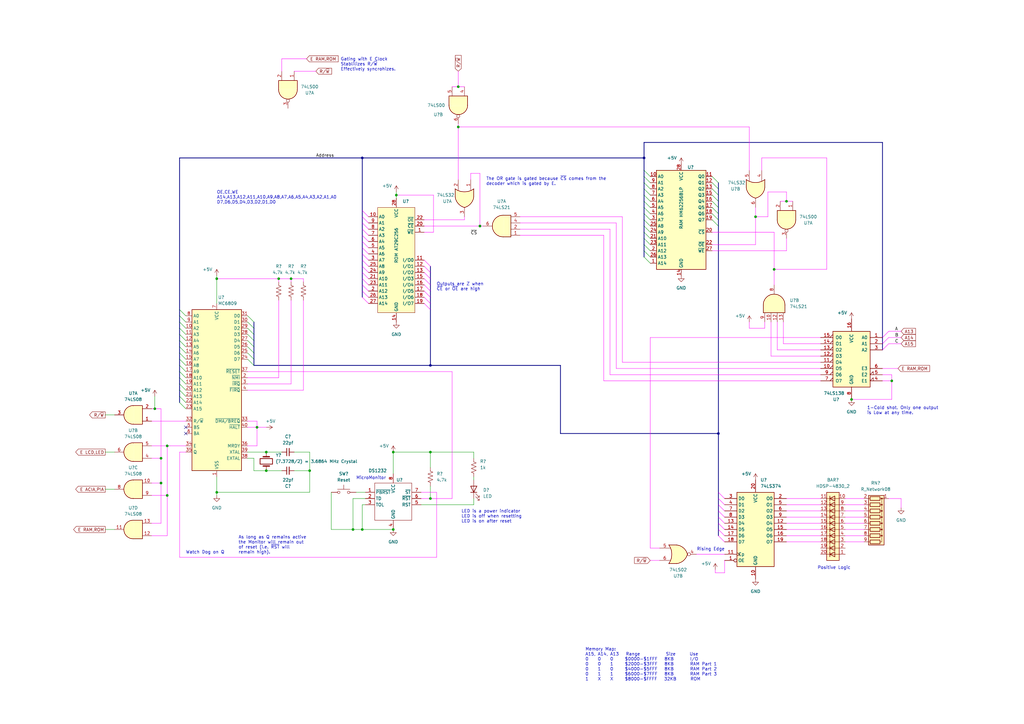
<source format=kicad_sch>
(kicad_sch (version 20211123) (generator eeschema)
  (paper "A3")
  (junction (at 187.96 52.07))
  (junction (at 365.76 156.21))
  (junction (at 119.38 114.3))
  (junction (at 88.9 201.93))
  (junction (at 176.53 149.86))
  (junction (at 309.88 88.9))
  (junction (at 68.58 182.88))
  (junction (at 176.53 185.42))
  (junction (at 66.04 198.12))
  (junction (at 68.58 203.2))
  (junction (at 349.25 163.83))
  (junction (at 88.9 114.3))
  (junction (at 105.41 175.26))
  (junction (at 109.22 185.42))
  (junction (at 66.04 187.96))
  (junction (at 127 193.04))
  (junction (at 176.53 204.47))
  (junction (at 148.59 64.77))
  (junction (at 294.64 177.8))
  (junction (at 161.29 185.42))
  (junction (at 317.5 110.49))
  (junction (at 63.5 167.64))
  (junction (at 187.96 35.56))
  (junction (at 109.22 193.04))
  (junction (at 162.56 80.01))
  (junction (at 322.58 82.55))
  (junction (at 161.29 217.17))
  (junction (at 144.78 217.17))
  (junction (at 148.59 217.17))
  (junction (at 114.3 114.3))
  (junction (at 264.16 64.77))
  (junction (at 196.85 92.71))
  (no_connect (at 76.2 177.8))
  (no_connect (at 76.2 175.26))
  (bus_entry (at 173.99 111.76) (size 2.54 2.54) (stroke (width 0) (color 255 0 255 1)))
  (bus_entry (at 294.64 217.17) (size 2.54 2.54) (stroke (width 0) (color 255 0 255 1)))
  (bus_entry (at 73.66 152.4) (size 2.54 2.54))
  (bus_entry (at 148.59 91.44) (size 2.54 2.54) (stroke (width 0) (color 255 0 255 1)))
  (bus_entry (at 73.66 134.62) (size 2.54 2.54))
  (bus_entry (at 148.59 101.6) (size 2.54 2.54) (stroke (width 0) (color 255 0 255 1)))
  (bus_entry (at 73.66 165.1) (size 2.54 2.54))
  (bus_entry (at 104.14 137.16) (size -2.54 -2.54))
  (bus_entry (at 73.66 139.7) (size 2.54 2.54))
  (bus_entry (at 148.59 116.84) (size 2.54 2.54) (stroke (width 0) (color 255 0 255 1)))
  (bus_entry (at 148.59 111.76) (size 2.54 2.54) (stroke (width 0) (color 255 0 255 1)))
  (bus_entry (at 294.64 204.47) (size 2.54 2.54) (stroke (width 0) (color 255 0 255 1)))
  (bus_entry (at 104.14 139.7) (size -2.54 -2.54))
  (bus_entry (at 104.14 149.86) (size -2.54 -2.54))
  (bus_entry (at 292.1 87.63) (size 2.54 2.54))
  (bus_entry (at 292.1 72.39) (size 2.54 2.54))
  (bus_entry (at 292.1 85.09) (size 2.54 2.54))
  (bus_entry (at 292.1 82.55) (size 2.54 2.54))
  (bus_entry (at 292.1 90.17) (size 2.54 2.54))
  (bus_entry (at 292.1 74.93) (size 2.54 2.54))
  (bus_entry (at 292.1 77.47) (size 2.54 2.54))
  (bus_entry (at 292.1 80.01) (size 2.54 2.54))
  (bus_entry (at 173.99 109.22) (size 2.54 2.54) (stroke (width 0) (color 255 0 255 1)))
  (bus_entry (at 173.99 124.46) (size 2.54 2.54) (stroke (width 0) (color 255 0 255 1)))
  (bus_entry (at 148.59 104.14) (size 2.54 2.54) (stroke (width 0) (color 255 0 255 1)))
  (bus_entry (at 148.59 88.9) (size 2.54 2.54) (stroke (width 0) (color 255 0 255 1)))
  (bus_entry (at 173.99 121.92) (size 2.54 2.54) (stroke (width 0) (color 255 0 255 1)))
  (bus_entry (at 294.64 212.09) (size 2.54 2.54) (stroke (width 0) (color 255 0 255 1)))
  (bus_entry (at 73.66 149.86) (size 2.54 2.54))
  (bus_entry (at 294.64 214.63) (size 2.54 2.54) (stroke (width 0) (color 255 0 255 1)))
  (bus_entry (at 148.59 114.3) (size 2.54 2.54) (stroke (width 0) (color 255 0 255 1)))
  (bus_entry (at 73.66 154.94) (size 2.54 2.54))
  (bus_entry (at 148.59 106.68) (size 2.54 2.54) (stroke (width 0) (color 255 0 255 1)))
  (bus_entry (at 173.99 106.68) (size 2.54 2.54) (stroke (width 0) (color 255 0 255 1)))
  (bus_entry (at 173.99 116.84) (size 2.54 2.54) (stroke (width 0) (color 255 0 255 1)))
  (bus_entry (at 361.95 138.43) (size 2.54 -2.54) (stroke (width 0) (color 255 0 255 1)))
  (bus_entry (at 361.95 140.97) (size 2.54 -2.54) (stroke (width 0) (color 255 0 255 1)))
  (bus_entry (at 361.95 143.51) (size 2.54 -2.54) (stroke (width 0) (color 255 0 255 1)))
  (bus_entry (at 173.99 114.3) (size 2.54 2.54) (stroke (width 0) (color 255 0 255 1)))
  (bus_entry (at 148.59 121.92) (size 2.54 2.54) (stroke (width 0) (color 255 0 255 1)))
  (bus_entry (at 148.59 99.06) (size 2.54 2.54) (stroke (width 0) (color 255 0 255 1)))
  (bus_entry (at 104.14 142.24) (size -2.54 -2.54))
  (bus_entry (at 148.59 119.38) (size 2.54 2.54) (stroke (width 0) (color 255 0 255 1)))
  (bus_entry (at 73.66 147.32) (size 2.54 2.54))
  (bus_entry (at 148.59 96.52) (size 2.54 2.54) (stroke (width 0) (color 255 0 255 1)))
  (bus_entry (at 73.66 157.48) (size 2.54 2.54))
  (bus_entry (at 294.64 209.55) (size 2.54 2.54) (stroke (width 0) (color 255 0 255 1)))
  (bus_entry (at 148.59 109.22) (size 2.54 2.54) (stroke (width 0) (color 255 0 255 1)))
  (bus_entry (at 73.66 142.24) (size 2.54 2.54))
  (bus_entry (at 73.66 127) (size 2.54 2.54))
  (bus_entry (at 264.16 69.85) (size 2.54 2.54))
  (bus_entry (at 264.16 72.39) (size 2.54 2.54))
  (bus_entry (at 264.16 74.93) (size 2.54 2.54))
  (bus_entry (at 264.16 77.47) (size 2.54 2.54))
  (bus_entry (at 264.16 80.01) (size 2.54 2.54))
  (bus_entry (at 264.16 90.17) (size 2.54 2.54))
  (bus_entry (at 264.16 82.55) (size 2.54 2.54))
  (bus_entry (at 264.16 87.63) (size 2.54 2.54))
  (bus_entry (at 264.16 105.41) (size 2.54 2.54))
  (bus_entry (at 264.16 102.87) (size 2.54 2.54))
  (bus_entry (at 264.16 100.33) (size 2.54 2.54))
  (bus_entry (at 264.16 92.71) (size 2.54 2.54))
  (bus_entry (at 264.16 85.09) (size 2.54 2.54))
  (bus_entry (at 264.16 97.79) (size 2.54 2.54))
  (bus_entry (at 264.16 95.25) (size 2.54 2.54))
  (bus_entry (at 104.14 132.08) (size -2.54 -2.54))
  (bus_entry (at 73.66 132.08) (size 2.54 2.54))
  (bus_entry (at 294.64 207.01) (size 2.54 2.54) (stroke (width 0) (color 255 0 255 1)))
  (bus_entry (at 148.59 93.98) (size 2.54 2.54) (stroke (width 0) (color 255 0 255 1)))
  (bus_entry (at 73.66 160.02) (size 2.54 2.54))
  (bus_entry (at 173.99 119.38) (size 2.54 2.54) (stroke (width 0) (color 255 0 255 1)))
  (bus_entry (at 294.64 201.93) (size 2.54 2.54) (stroke (width 0) (color 255 0 255 1)))
  (bus_entry (at 73.66 162.56) (size 2.54 2.54))
  (bus_entry (at 73.66 129.54) (size 2.54 2.54))
  (bus_entry (at 104.14 144.78) (size -2.54 -2.54))
  (bus_entry (at 148.59 86.36) (size 2.54 2.54) (stroke (width 0) (color 255 0 255 1)))
  (bus_entry (at 104.14 147.32) (size -2.54 -2.54))
  (bus_entry (at 73.66 144.78) (size 2.54 2.54))
  (bus_entry (at 104.14 134.62) (size -2.54 -2.54))
  (bus_entry (at 294.64 219.71) (size 2.54 2.54) (stroke (width 0) (color 255 0 255 1)))
  (bus_entry (at 73.66 137.16) (size 2.54 2.54))
  (bus (pts (xy 294.64 207.01) (xy 294.64 209.55)))
  (wire (pts (xy 176.53 199.39) (xy 176.53 204.47)))
  (wire (pts (xy 88.9 195.58) (xy 88.9 201.93)))
  (wire (pts (xy 114.3 114.3) (xy 114.3 115.57)) (stroke (width 0) (color 255 0 255 1)))
  (wire (pts (xy 364.49 138.43) (xy 369.57 138.43)) (stroke (width 0) (color 255 0 255 1)))
  (wire (pts (xy 252.73 91.44) (xy 252.73 151.13)) (stroke (width 0) (color 255 0 255 1)))
  (wire (pts (xy 179.07 228.6) (xy 179.07 201.93)) (stroke (width 0) (color 255 0 255 1)))
  (bus (pts (xy 148.59 93.98) (xy 148.59 96.52)))
  (wire (pts (xy 114.3 114.3) (xy 88.9 114.3)) (stroke (width 0) (color 255 0 255 1)))
  (wire (pts (xy 213.36 91.44) (xy 252.73 91.44)) (stroke (width 0) (color 255 0 255 1)))
  (wire (pts (xy 149.86 204.47) (xy 144.78 204.47)))
  (wire (pts (xy 105.41 182.88) (xy 105.41 175.26)) (stroke (width 0) (color 255 0 255 1)))
  (wire (pts (xy 127 193.04) (xy 127 201.93)))
  (bus (pts (xy 73.66 137.16) (xy 73.66 134.62)))
  (wire (pts (xy 173.99 92.71) (xy 196.85 92.71)) (stroke (width 0) (color 255 0 255 1)))
  (wire (pts (xy 346.71 212.09) (xy 354.33 212.09)) (stroke (width 0) (color 255 0 255 1)))
  (bus (pts (xy 73.66 157.48) (xy 73.66 154.94)))
  (wire (pts (xy 105.41 175.26) (xy 109.22 175.26)) (stroke (width 0) (color 255 0 255 1)))
  (wire (pts (xy 297.18 234.95) (xy 297.18 229.87)) (stroke (width 0) (color 255 0 255 1)))
  (wire (pts (xy 194.31 195.58) (xy 194.31 196.85)))
  (wire (pts (xy 364.49 204.47) (xy 369.57 204.47)) (stroke (width 0) (color 255 0 255 1)))
  (bus (pts (xy 294.64 212.09) (xy 294.64 214.63)))
  (bus (pts (xy 361.95 138.43) (xy 361.95 140.97)))
  (wire (pts (xy 43.18 200.66) (xy 46.99 200.66)))
  (wire (pts (xy 325.12 82.55) (xy 322.58 82.55)) (stroke (width 0) (color 255 0 255 1)))
  (bus (pts (xy 148.59 114.3) (xy 148.59 116.84)))
  (wire (pts (xy 146.05 201.93) (xy 149.86 201.93)))
  (bus (pts (xy 148.59 101.6) (xy 148.59 104.14)))
  (bus (pts (xy 73.66 149.86) (xy 73.66 147.32)))
  (bus (pts (xy 73.66 165.1) (xy 73.66 162.56)))
  (wire (pts (xy 321.31 140.97) (xy 336.55 140.97)) (stroke (width 0) (color 255 0 255 1)))
  (wire (pts (xy 62.23 219.71) (xy 68.58 219.71)) (stroke (width 0) (color 255 0 255 1)))
  (bus (pts (xy 264.16 92.71) (xy 264.16 95.25)))
  (wire (pts (xy 43.18 185.42) (xy 46.99 185.42)))
  (wire (pts (xy 322.58 217.17) (xy 336.55 217.17)) (stroke (width 0) (color 255 0 255 1)))
  (wire (pts (xy 109.22 193.04) (xy 115.57 193.04)))
  (wire (pts (xy 148.59 217.17) (xy 161.29 217.17)))
  (bus (pts (xy 264.16 69.85) (xy 264.16 72.39)))
  (wire (pts (xy 68.58 219.71) (xy 68.58 203.2)) (stroke (width 0) (color 255 0 255 1)))
  (bus (pts (xy 264.16 85.09) (xy 264.16 87.63)))
  (wire (pts (xy 101.6 172.72) (xy 105.41 172.72)) (stroke (width 0) (color 255 0 255 1)))
  (wire (pts (xy 346.71 217.17) (xy 354.33 217.17)) (stroke (width 0) (color 255 0 255 1)))
  (wire (pts (xy 307.34 52.07) (xy 307.34 69.85)) (stroke (width 0) (color 255 0 255 1)))
  (wire (pts (xy 101.6 152.4) (xy 185.42 152.4)) (stroke (width 0) (color 255 0 255 1)))
  (bus (pts (xy 73.66 134.62) (xy 73.66 132.08)))
  (bus (pts (xy 73.66 139.7) (xy 73.66 137.16)))
  (wire (pts (xy 173.99 90.17) (xy 190.5 90.17)) (stroke (width 0) (color 255 0 255 1)))
  (wire (pts (xy 322.58 212.09) (xy 336.55 212.09)) (stroke (width 0) (color 255 0 255 1)))
  (wire (pts (xy 127 201.93) (xy 88.9 201.93)))
  (bus (pts (xy 264.16 64.77) (xy 264.16 58.42)))
  (wire (pts (xy 161.29 185.42) (xy 176.53 185.42)))
  (wire (pts (xy 247.65 96.52) (xy 247.65 156.21)) (stroke (width 0) (color 255 0 255 1)))
  (wire (pts (xy 88.9 201.93) (xy 88.9 203.2)))
  (wire (pts (xy 177.8 95.25) (xy 177.8 80.01)) (stroke (width 0) (color 255 0 255 1)))
  (wire (pts (xy 66.04 198.12) (xy 66.04 214.63)) (stroke (width 0) (color 255 0 255 1)))
  (bus (pts (xy 176.53 116.84) (xy 176.53 119.38)))
  (bus (pts (xy 148.59 106.68) (xy 148.59 109.22)))
  (bus (pts (xy 264.16 100.33) (xy 264.16 102.87)))
  (wire (pts (xy 162.56 80.01) (xy 177.8 80.01)) (stroke (width 0) (color 255 0 255 1)))
  (wire (pts (xy 187.96 35.56) (xy 190.5 35.56)) (stroke (width 0) (color 255 0 255 1)))
  (wire (pts (xy 63.5 167.64) (xy 66.04 167.64)) (stroke (width 0) (color 255 0 255 1)))
  (bus (pts (xy 176.53 114.3) (xy 176.53 116.84)))
  (wire (pts (xy 255.27 148.59) (xy 336.55 148.59)) (stroke (width 0) (color 255 0 255 1)))
  (wire (pts (xy 172.72 201.93) (xy 179.07 201.93)) (stroke (width 0) (color 255 0 255 1)))
  (bus (pts (xy 264.16 74.93) (xy 264.16 77.47)))
  (wire (pts (xy 255.27 88.9) (xy 255.27 148.59)) (stroke (width 0) (color 255 0 255 1)))
  (wire (pts (xy 293.37 233.68) (xy 293.37 234.95)) (stroke (width 0) (color 255 0 255 1)))
  (wire (pts (xy 313.69 134.62) (xy 307.34 134.62)) (stroke (width 0) (color 255 0 255 1)))
  (bus (pts (xy 264.16 80.01) (xy 264.16 82.55)))
  (bus (pts (xy 264.16 87.63) (xy 264.16 90.17)))
  (wire (pts (xy 247.65 156.21) (xy 336.55 156.21)) (stroke (width 0) (color 255 0 255 1)))
  (wire (pts (xy 124.46 115.57) (xy 124.46 114.3)) (stroke (width 0) (color 255 0 255 1)))
  (wire (pts (xy 73.66 185.42) (xy 76.2 185.42)) (stroke (width 0) (color 255 0 255 1)))
  (bus (pts (xy 148.59 116.84) (xy 148.59 119.38)))
  (wire (pts (xy 292.1 100.33) (xy 309.88 100.33)) (stroke (width 0) (color 255 0 255 1)))
  (wire (pts (xy 193.04 71.12) (xy 196.85 71.12)) (stroke (width 0) (color 255 0 255 1)))
  (wire (pts (xy 62.23 172.72) (xy 76.2 172.72)) (stroke (width 0) (color 255 0 255 1)))
  (wire (pts (xy 317.5 110.49) (xy 317.5 116.84)) (stroke (width 0) (color 255 0 255 1)))
  (wire (pts (xy 119.38 157.48) (xy 119.38 123.19)) (stroke (width 0) (color 255 0 255 1)))
  (wire (pts (xy 346.71 214.63) (xy 354.33 214.63)) (stroke (width 0) (color 255 0 255 1)))
  (wire (pts (xy 339.09 64.77) (xy 339.09 110.49)) (stroke (width 0) (color 255 0 255 1)))
  (bus (pts (xy 294.64 217.17) (xy 294.64 219.71)))
  (bus (pts (xy 264.16 90.17) (xy 264.16 92.71)))
  (wire (pts (xy 101.6 185.42) (xy 109.22 185.42)))
  (wire (pts (xy 66.04 187.96) (xy 62.23 187.96)) (stroke (width 0) (color 255 0 255 1)))
  (bus (pts (xy 104.14 139.7) (xy 104.14 142.24)))
  (bus (pts (xy 104.14 144.78) (xy 104.14 147.32)))
  (wire (pts (xy 361.95 153.67) (xy 365.76 153.67)) (stroke (width 0) (color 255 0 255 1)))
  (wire (pts (xy 176.53 204.47) (xy 185.42 204.47)) (stroke (width 0) (color 255 0 255 1)))
  (wire (pts (xy 194.31 207.01) (xy 172.72 207.01)))
  (bus (pts (xy 104.14 149.86) (xy 176.53 149.86)))
  (wire (pts (xy 120.65 193.04) (xy 127 193.04)))
  (wire (pts (xy 364.49 140.97) (xy 369.57 140.97)) (stroke (width 0) (color 255 0 255 1)))
  (wire (pts (xy 88.9 113.03) (xy 88.9 114.3)))
  (wire (pts (xy 43.18 217.17) (xy 46.99 217.17)))
  (wire (pts (xy 213.36 96.52) (xy 247.65 96.52)) (stroke (width 0) (color 255 0 255 1)))
  (wire (pts (xy 119.38 114.3) (xy 119.38 115.57)) (stroke (width 0) (color 255 0 255 1)))
  (wire (pts (xy 361.95 151.13) (xy 368.3 151.13)) (stroke (width 0) (color 255 0 255 1)))
  (wire (pts (xy 187.96 29.21) (xy 187.96 35.56)) (stroke (width 0) (color 255 0 255 1)))
  (wire (pts (xy 346.71 204.47) (xy 354.33 204.47)) (stroke (width 0) (color 255 0 255 1)))
  (wire (pts (xy 316.23 132.08) (xy 316.23 146.05)) (stroke (width 0) (color 255 0 255 1)))
  (wire (pts (xy 162.56 80.01) (xy 162.56 81.28)))
  (wire (pts (xy 194.31 185.42) (xy 176.53 185.42)))
  (bus (pts (xy 176.53 109.22) (xy 176.53 111.76)))
  (wire (pts (xy 101.6 157.48) (xy 119.38 157.48)) (stroke (width 0) (color 255 0 255 1)))
  (bus (pts (xy 73.66 160.02) (xy 73.66 157.48)))
  (wire (pts (xy 322.58 219.71) (xy 336.55 219.71)) (stroke (width 0) (color 255 0 255 1)))
  (bus (pts (xy 148.59 111.76) (xy 148.59 114.3)))
  (wire (pts (xy 187.96 52.07) (xy 307.34 52.07)) (stroke (width 0) (color 255 0 255 1)))
  (wire (pts (xy 114.3 154.94) (xy 114.3 123.19)) (stroke (width 0) (color 255 0 255 1)))
  (wire (pts (xy 124.46 114.3) (xy 119.38 114.3)) (stroke (width 0) (color 255 0 255 1)))
  (wire (pts (xy 321.31 132.08) (xy 321.31 140.97)) (stroke (width 0) (color 255 0 255 1)))
  (bus (pts (xy 148.59 88.9) (xy 148.59 91.44)))
  (wire (pts (xy 73.66 228.6) (xy 179.07 228.6)) (stroke (width 0) (color 255 0 255 1)))
  (wire (pts (xy 293.37 234.95) (xy 297.18 234.95)) (stroke (width 0) (color 255 0 255 1)))
  (wire (pts (xy 161.29 185.42) (xy 161.29 194.31)))
  (wire (pts (xy 213.36 93.98) (xy 250.19 93.98)) (stroke (width 0) (color 255 0 255 1)))
  (wire (pts (xy 162.56 78.74) (xy 162.56 80.01)))
  (bus (pts (xy 176.53 121.92) (xy 176.53 124.46)))
  (bus (pts (xy 294.64 204.47) (xy 294.64 207.01)))
  (wire (pts (xy 322.58 82.55) (xy 322.58 78.74)) (stroke (width 0) (color 255 0 255 1)))
  (bus (pts (xy 73.66 129.54) (xy 73.66 127)))
  (wire (pts (xy 314.96 88.9) (xy 309.88 88.9)) (stroke (width 0) (color 255 0 255 1)))
  (wire (pts (xy 43.18 170.18) (xy 46.99 170.18)))
  (bus (pts (xy 104.14 137.16) (xy 104.14 139.7)))
  (wire (pts (xy 101.6 154.94) (xy 114.3 154.94)) (stroke (width 0) (color 255 0 255 1)))
  (wire (pts (xy 187.96 50.8) (xy 187.96 52.07)) (stroke (width 0) (color 255 0 255 1)))
  (wire (pts (xy 339.09 110.49) (xy 317.5 110.49)) (stroke (width 0) (color 255 0 255 1)))
  (wire (pts (xy 365.76 163.83) (xy 365.76 156.21)) (stroke (width 0) (color 255 0 255 1)))
  (wire (pts (xy 173.99 95.25) (xy 177.8 95.25)) (stroke (width 0) (color 255 0 255 1)))
  (bus (pts (xy 148.59 119.38) (xy 148.59 121.92)))
  (bus (pts (xy 104.14 134.62) (xy 104.14 137.16)))
  (bus (pts (xy 148.59 96.52) (xy 148.59 99.06)))
  (wire (pts (xy 250.19 93.98) (xy 250.19 153.67)) (stroke (width 0) (color 255 0 255 1)))
  (wire (pts (xy 322.58 78.74) (xy 314.96 78.74)) (stroke (width 0) (color 255 0 255 1)))
  (bus (pts (xy 361.95 140.97) (xy 361.95 143.51)))
  (bus (pts (xy 294.64 90.17) (xy 294.64 92.71)))
  (wire (pts (xy 364.49 135.89) (xy 369.57 135.89)) (stroke (width 0) (color 255 0 255 1)))
  (bus (pts (xy 264.16 64.77) (xy 264.16 69.85)))
  (wire (pts (xy 135.89 217.17) (xy 144.78 217.17)))
  (wire (pts (xy 135.89 201.93) (xy 135.89 217.17)))
  (wire (pts (xy 127 185.42) (xy 127 193.04)))
  (wire (pts (xy 250.19 153.67) (xy 336.55 153.67)) (stroke (width 0) (color 255 0 255 1)))
  (wire (pts (xy 124.46 160.02) (xy 124.46 123.19)) (stroke (width 0) (color 255 0 255 1)))
  (bus (pts (xy 176.53 119.38) (xy 176.53 121.92)))
  (wire (pts (xy 322.58 214.63) (xy 336.55 214.63)) (stroke (width 0) (color 255 0 255 1)))
  (wire (pts (xy 190.5 88.9) (xy 190.5 90.17)) (stroke (width 0) (color 255 0 255 1)))
  (wire (pts (xy 369.57 204.47) (xy 369.57 208.28)) (stroke (width 0) (color 255 0 255 1)))
  (bus (pts (xy 73.66 154.94) (xy 73.66 152.4)))
  (wire (pts (xy 125.73 24.13) (xy 115.57 24.13)) (stroke (width 0) (color 255 0 255 1)))
  (bus (pts (xy 229.87 177.8) (xy 294.64 177.8)))
  (wire (pts (xy 194.31 187.96) (xy 194.31 185.42)))
  (wire (pts (xy 196.85 71.12) (xy 196.85 92.71)) (stroke (width 0) (color 255 0 255 1)))
  (bus (pts (xy 294.64 209.55) (xy 294.64 212.09)))
  (bus (pts (xy 361.95 58.42) (xy 361.95 138.43)))
  (bus (pts (xy 104.14 132.08) (xy 104.14 134.62)))
  (bus (pts (xy 294.64 87.63) (xy 294.64 90.17)))
  (wire (pts (xy 266.7 229.87) (xy 270.51 229.87)) (stroke (width 0) (color 255 0 255 1)))
  (bus (pts (xy 148.59 99.06) (xy 148.59 101.6)))
  (wire (pts (xy 346.71 209.55) (xy 354.33 209.55)) (stroke (width 0) (color 255 0 255 1)))
  (wire (pts (xy 144.78 217.17) (xy 148.59 217.17)))
  (bus (pts (xy 294.64 74.93) (xy 294.64 77.47)))
  (wire (pts (xy 101.6 182.88) (xy 105.41 182.88)) (stroke (width 0) (color 255 0 255 1)))
  (bus (pts (xy 176.53 127) (xy 176.53 149.86)))
  (wire (pts (xy 349.25 163.83) (xy 365.76 163.83)) (stroke (width 0) (color 255 0 255 1)))
  (wire (pts (xy 120.65 185.42) (xy 127 185.42)))
  (wire (pts (xy 63.5 162.56) (xy 63.5 167.64)))
  (wire (pts (xy 194.31 204.47) (xy 194.31 207.01)))
  (wire (pts (xy 266.7 138.43) (xy 266.7 224.79)) (stroke (width 0) (color 255 0 255 1)))
  (bus (pts (xy 294.64 177.8) (xy 294.64 201.93)))
  (wire (pts (xy 318.77 143.51) (xy 336.55 143.51)) (stroke (width 0) (color 255 0 255 1)))
  (wire (pts (xy 62.23 167.64) (xy 63.5 167.64)) (stroke (width 0) (color 255 0 255 1)))
  (wire (pts (xy 213.36 88.9) (xy 255.27 88.9)) (stroke (width 0) (color 255 0 255 1)))
  (bus (pts (xy 148.59 91.44) (xy 148.59 93.98)))
  (wire (pts (xy 292.1 102.87) (xy 322.58 102.87)) (stroke (width 0) (color 255 0 255 1)))
  (wire (pts (xy 109.22 193.04) (xy 104.14 193.04)))
  (wire (pts (xy 185.42 152.4) (xy 185.42 204.47)) (stroke (width 0) (color 255 0 255 1)))
  (bus (pts (xy 73.66 152.4) (xy 73.66 149.86)))
  (wire (pts (xy 193.04 73.66) (xy 193.04 71.12)) (stroke (width 0) (color 255 0 255 1)))
  (bus (pts (xy 229.87 149.86) (xy 229.87 177.8)))
  (bus (pts (xy 148.59 64.77) (xy 148.59 86.36)))
  (bus (pts (xy 294.64 92.71) (xy 294.64 177.8)))
  (wire (pts (xy 346.71 219.71) (xy 354.33 219.71)) (stroke (width 0) (color 255 0 255 1)))
  (wire (pts (xy 129.54 29.21) (xy 120.65 29.21)) (stroke (width 0) (color 255 0 255 1)))
  (bus (pts (xy 294.64 214.63) (xy 294.64 217.17)))
  (wire (pts (xy 322.58 222.25) (xy 336.55 222.25)) (stroke (width 0) (color 255 0 255 1)))
  (bus (pts (xy 73.66 162.56) (xy 73.66 160.02)))
  (bus (pts (xy 73.66 132.08) (xy 73.66 129.54)))
  (bus (pts (xy 176.53 149.86) (xy 229.87 149.86)))
  (wire (pts (xy 66.04 167.64) (xy 66.04 187.96)) (stroke (width 0) (color 255 0 255 1)))
  (wire (pts (xy 361.95 156.21) (xy 365.76 156.21)) (stroke (width 0) (color 255 0 255 1)))
  (wire (pts (xy 318.77 132.08) (xy 318.77 143.51)) (stroke (width 0) (color 255 0 255 1)))
  (bus (pts (xy 294.64 85.09) (xy 294.64 87.63)))
  (wire (pts (xy 312.42 69.85) (xy 312.42 64.77)) (stroke (width 0) (color 255 0 255 1)))
  (wire (pts (xy 119.38 114.3) (xy 114.3 114.3)) (stroke (width 0) (color 255 0 255 1)))
  (bus (pts (xy 264.16 102.87) (xy 264.16 105.41)))
  (bus (pts (xy 264.16 72.39) (xy 264.16 74.93)))
  (wire (pts (xy 68.58 182.88) (xy 76.2 182.88)) (stroke (width 0) (color 255 0 255 1)))
  (bus (pts (xy 148.59 104.14) (xy 148.59 106.68)))
  (bus (pts (xy 294.64 77.47) (xy 294.64 80.01)))
  (wire (pts (xy 66.04 198.12) (xy 62.23 198.12)) (stroke (width 0) (color 255 0 255 1)))
  (wire (pts (xy 266.7 224.79) (xy 270.51 224.79)) (stroke (width 0) (color 255 0 255 1)))
  (wire (pts (xy 346.71 222.25) (xy 354.33 222.25)) (stroke (width 0) (color 255 0 255 1)))
  (wire (pts (xy 196.85 92.71) (xy 198.12 92.71)) (stroke (width 0) (color 255 0 255 1)))
  (wire (pts (xy 322.58 209.55) (xy 336.55 209.55)) (stroke (width 0) (color 255 0 255 1)))
  (wire (pts (xy 62.23 214.63) (xy 66.04 214.63)) (stroke (width 0) (color 255 0 255 1)))
  (bus (pts (xy 104.14 147.32) (xy 104.14 149.86)))
  (wire (pts (xy 316.23 146.05) (xy 336.55 146.05)) (stroke (width 0) (color 255 0 255 1)))
  (wire (pts (xy 322.58 207.01) (xy 336.55 207.01)) (stroke (width 0) (color 255 0 255 1)))
  (bus (pts (xy 264.16 58.42) (xy 361.95 58.42)))
  (wire (pts (xy 148.59 207.01) (xy 148.59 217.17)))
  (wire (pts (xy 104.14 193.04) (xy 104.14 187.96)))
  (bus (pts (xy 73.66 144.78) (xy 73.66 142.24)))
  (wire (pts (xy 336.55 138.43) (xy 266.7 138.43)) (stroke (width 0) (color 255 0 255 1)))
  (wire (pts (xy 68.58 182.88) (xy 68.58 203.2)) (stroke (width 0) (color 255 0 255 1)))
  (bus (pts (xy 176.53 124.46) (xy 176.53 127)))
  (bus (pts (xy 73.66 64.77) (xy 148.59 64.77)))
  (wire (pts (xy 144.78 204.47) (xy 144.78 217.17)))
  (wire (pts (xy 109.22 185.42) (xy 115.57 185.42)))
  (bus (pts (xy 294.64 82.55) (xy 294.64 85.09)))
  (wire (pts (xy 322.58 204.47) (xy 336.55 204.47)) (stroke (width 0) (color 255 0 255 1)))
  (wire (pts (xy 322.58 82.55) (xy 320.04 82.55)) (stroke (width 0) (color 255 0 255 1)))
  (wire (pts (xy 172.72 204.47) (xy 176.53 204.47)) (stroke (width 0) (color 255 0 255 1)))
  (wire (pts (xy 309.88 100.33) (xy 309.88 88.9)) (stroke (width 0) (color 255 0 255 1)))
  (wire (pts (xy 314.96 78.74) (xy 314.96 88.9)) (stroke (width 0) (color 255 0 255 1)))
  (wire (pts (xy 312.42 64.77) (xy 339.09 64.77)) (stroke (width 0) (color 255 0 255 1)))
  (bus (pts (xy 264.16 77.47) (xy 264.16 80.01)))
  (wire (pts (xy 292.1 95.25) (xy 317.5 95.25)) (stroke (width 0) (color 255 0 255 1)))
  (bus (pts (xy 148.59 109.22) (xy 148.59 111.76)))
  (wire (pts (xy 73.66 228.6) (xy 73.66 185.42)) (stroke (width 0) (color 255 0 255 1)))
  (bus (pts (xy 294.64 80.01) (xy 294.64 82.55)))
  (wire (pts (xy 346.71 207.01) (xy 354.33 207.01)) (stroke (width 0) (color 255 0 255 1)))
  (bus (pts (xy 73.66 147.32) (xy 73.66 144.78)))
  (wire (pts (xy 104.14 187.96) (xy 101.6 187.96)))
  (wire (pts (xy 252.73 151.13) (xy 336.55 151.13)) (stroke (width 0) (color 255 0 255 1)))
  (wire (pts (xy 101.6 175.26) (xy 105.41 175.26)) (stroke (width 0) (color 255 0 255 1)))
  (bus (pts (xy 73.66 64.77) (xy 73.66 127)))
  (wire (pts (xy 105.41 172.72) (xy 105.41 175.26)) (stroke (width 0) (color 255 0 255 1)))
  (wire (pts (xy 66.04 187.96) (xy 66.04 198.12)) (stroke (width 0) (color 255 0 255 1)))
  (bus (pts (xy 264.16 95.25) (xy 264.16 97.79)))
  (bus (pts (xy 73.66 142.24) (xy 73.66 139.7)))
  (wire (pts (xy 309.88 88.9) (xy 309.88 85.09)) (stroke (width 0) (color 255 0 255 1)))
  (wire (pts (xy 313.69 132.08) (xy 313.69 134.62)) (stroke (width 0) (color 255 0 255 1)))
  (wire (pts (xy 62.23 182.88) (xy 68.58 182.88)) (stroke (width 0) (color 255 0 255 1)))
  (bus (pts (xy 148.59 64.77) (xy 264.16 64.77)))
  (wire (pts (xy 187.96 52.07) (xy 187.96 73.66)) (stroke (width 0) (color 255 0 255 1)))
  (wire (pts (xy 307.34 134.62) (xy 307.34 132.08)) (stroke (width 0) (color 255 0 255 1)))
  (wire (pts (xy 68.58 203.2) (xy 62.23 203.2)) (stroke (width 0) (color 255 0 255 1)))
  (wire (pts (xy 101.6 160.02) (xy 124.46 160.02)) (stroke (width 0) (color 255 0 255 1)))
  (wire (pts (xy 185.42 35.56) (xy 187.96 35.56)) (stroke (width 0) (color 255 0 255 1)))
  (bus (pts (xy 264.16 97.79) (xy 264.16 100.33)))
  (bus (pts (xy 294.64 201.93) (xy 294.64 204.47)))
  (bus (pts (xy 148.59 86.36) (xy 148.59 88.9)))
  (wire (pts (xy 285.75 227.33) (xy 297.18 227.33)) (stroke (width 0) (color 255 0 255 1)))
  (wire (pts (xy 115.57 24.13) (xy 115.57 29.21)) (stroke (width 0) (color 255 0 255 1)))
  (bus (pts (xy 104.14 142.24) (xy 104.14 144.78)))
  (bus (pts (xy 264.16 82.55) (xy 264.16 85.09)))
  (wire (pts (xy 317.5 95.25) (xy 317.5 110.49)) (stroke (width 0) (color 255 0 255 1)))
  (bus (pts (xy 176.53 111.76) (xy 176.53 114.3)))
  (wire (pts (xy 176.53 185.42) (xy 176.53 191.77)))
  (wire (pts (xy 88.9 114.3) (xy 88.9 124.46)))
  (wire (pts (xy 322.58 97.79) (xy 322.58 102.87)) (stroke (width 0) (color 255 0 255 1)))
  (wire (pts (xy 365.76 153.67) (xy 365.76 156.21)) (stroke (width 0) (color 255 0 255 1)))
  (wire (pts (xy 149.86 207.01) (xy 148.59 207.01)))
  (text "OE,CE,WE\nA14,A13,A12,A11,A10,A9,A8,A7,A6,A5,A4,A3,A2,A1,A0\nD7,D6,D5,D4,D3,D2,D1,D0\n" (at 88.9 83.82 0) (effects (font (size 1.27 1.27)) (justify left bottom)))
  (text "Memory Map:\nA15, A14, A13   Range           Size      Use\n0    0    0     $0000-$1FFF   8KB       I/O\n0    0    1     $2000-$3FFF   8KB       RAM Part 1\n0    1    0     $4000-$5FFF   8KB       RAM Part 2\n0    1    1     $6000-$7FFF   8KB       RAM Part 3\n1    X    X     $8000-$FFFF   32KB      ROM" (at 240.03 279.4 0) (effects (font (size 1.27 1.27)) (justify left bottom)))
  (text "The OR gate is gated because ~{CS} comes from the\ndecoder which is gated by E." (at 199.39 76.2 0) (effects (font (size 1.27 1.27)) (justify left bottom)))
  (text "LED is a power indicator\nLED is off when resetting\nLED is on after reset" (at 189.23 214.63 0) (effects (font (size 1.27 1.27)) (justify left bottom)))
  (text "Rising Edge" (at 285.75 226.06 0) (effects (font (size 1.27 1.27)) (justify left bottom)))
  (text "Positive Logic" (at 335.28 233.68 0) (effects (font (size 1.27 1.27)) (justify left bottom)))
  (text "Gating with E Clock\nStablilizes R/~{W}\nEffectively syncrohizes." (at 139.7 29.21 0) (effects (font (size 1.27 1.27)) (justify left bottom)))
  (text "Outputs are Z when \n~{CE} or ~{OE} are high" (at 179.07 119.38 0) (effects (font (size 1.27 1.27)) (justify left bottom)))
  (text "As long as Q remains active\nthe Monitor will remain out\nof reset (i.e. ~{RST} will\nremain high)." (at 97.79 227.33 0) (effects (font (size 1.27 1.27)) (justify left bottom)))
  (text "MicroMonitor" (at 146.05 196.85 0) (effects (font (size 1.27 1.27)) (justify left bottom)))
  (text "Watch Dog on Q" (at 76.2 227.33 0) (effects (font (size 1.27 1.27)) (justify left bottom)))
  (text "1-Cold shot. Only one output\nis Low at any time." (at 355.6 170.18 0) (effects (font (size 1.27 1.27)) (justify left bottom)))
  (label "B" (at 367.03 138.43 0))
  (label "A" (at 367.03 135.89 0))
  (label "Address" (at 129.54 64.77 0))
  (label "C" (at 367.03 140.97 0))
  (label "~{CS}" (at 193.04 96.52 0))
  (global_label "E RAM,ROM" (shape input) (at 368.3 151.13 0) (property "Intersheet References" "${INTERSHEET_REFS}" (effects hide)))
  (global_label "E RAM,ROM" (shape output) (at 43.18 217.17 180) (property "Intersheet References" "${INTERSHEET_REFS}" (effects hide)))
  (global_label "R{slash}~{W}" (shape output) (at 43.18 170.18 180) (property "Intersheet References" "${INTERSHEET_REFS}" (effects hide)))
  (global_label "E ACIA,PIA" (shape output) (at 43.18 200.66 180) (property "Intersheet References" "${INTERSHEET_REFS}" (effects hide)))
  (global_label "R{slash}~{W}" (shape input) (at 187.96 29.21 90) (property "Intersheet References" "${INTERSHEET_REFS}" (effects hide)))
  (global_label "E RAM.ROM" (shape input) (at 125.73 24.13 0) (property "Intersheet References" "${INTERSHEET_REFS}" (effects hide)))
  (global_label "E LCD,LED" (shape output) (at 43.18 185.42 180) (property "Intersheet References" "${INTERSHEET_REFS}" (effects hide)))
  (global_label "R{slash}~{W}" (shape input) (at 266.7 229.87 180) (property "Intersheet References" "${INTERSHEET_REFS}" (effects hide)))
  (global_label "A15" (shape input) (at 369.57 140.97 0) (property "Intersheet References" "${INTERSHEET_REFS}" (effects hide)))
  (global_label "A14" (shape input) (at 369.57 138.43 0) (property "Intersheet References" "${INTERSHEET_REFS}" (effects hide)))
  (global_label "A13" (shape input) (at 369.57 135.89 0) (property "Intersheet References" "${INTERSHEET_REFS}" (effects hide)))
  (global_label "R{slash}~{W}" (shape input) (at 129.54 29.21 0) (property "Intersheet References" "${INTERSHEET_REFS}" (effects hide)))
  (symbol (lib_id "LED:HDSP-4830_2") (at 341.63 217.17 180) (unit 1)
    (property "Reference" "BAR?" (at 341.63 196.85 0))
    (property "Value" "HDSP-4830_2" (at 341.63 199.39 0))
    (property "Footprint" "Display:HDSP-4830" (effects hide))
    (property "Datasheet" "https://docs.broadcom.com/docs/AV02-1798EN" (effects hide))
  )
  (symbol (lib_id "Device:C_Small") (at 118.11 185.42 90) (unit 1)
    (property "Reference" "C?" (at 118.1163 179.07 90))
    (property "Value" "22pf" (at 118.1163 181.61 90))
  )
  (symbol (lib_id "power:GND") (at 162.56 132.08 0) (unit 1)
    (property "Reference" "#PWR?" (effects hide))
    (property "Value" "GND" (at 162.56 137.16 0))
  )
  (symbol (lib_id "Device:R_US") (at 176.53 195.58 0) (unit 1)
    (property "Reference" "R?" (at 179.07 194.3099 0) (effects (justify left)))
    (property "Value" "4.7k" (at 179.07 196.8499 0) (effects (justify left)))
  )
  (symbol (lib_id "Will_Symbols:AT29C256") (at 162.56 104.14 0) (unit 1)
    (property "Reference" "U?" (at 165.1 82.55 0) (effects (justify left)))
    (property "Value" "ROM AT29C256" (at 162.56 107.95 90) (effects (justify left)))
  )
  (symbol (lib_id "74xx:74LS08") (at 54.61 170.18 180) (unit 1)
    (property "Reference" "U?" (at 54.61 161.29 0))
    (property "Value" "74LS08" (at 54.61 163.83 0))
    (property "Datasheet" "http://www.ti.com/lit/gpn/sn74LS08" (effects hide))
  )
  (symbol (lib_id "74xx:74LS02") (at 278.13 227.33 0) (unit 2)
    (property "Reference" "U?" (at 278.13 236.22 0))
    (property "Value" "74LS02" (at 278.13 233.68 0))
    (property "Datasheet" "http://www.ti.com/lit/gpn/sn74ls02" (effects hide))
  )
  (symbol (lib_id "power:+5V") (at 88.9 113.03 0) (unit 1)
    (property "Reference" "#PWR?" (effects hide))
    (property "Value" "+5V" (at 85.09 110.49 0))
  )
  (symbol (lib_id "74xx:74LS08") (at 54.61 217.17 180) (unit 4)
    (property "Reference" "U?" (at 54.61 208.28 0))
    (property "Value" "74LS08" (at 54.61 210.82 0))
    (property "Datasheet" "http://www.ti.com/lit/gpn/sn74LS08" (effects hide))
  )
  (symbol (lib_id "74xx:74LS00") (at 322.58 90.17 270) (unit 1)
    (property "Reference" "U?" (at 331.47 91.44 90))
    (property "Value" "74LS00" (at 331.47 88.9 90))
    (property "Datasheet" "http://www.ti.com/lit/gpn/sn74ls00" (effects hide))
  )
  (symbol (lib_id "74xx:74LS32") (at 309.88 77.47 270) (unit 2)
    (property "Reference" "U?" (at 299.72 77.47 90) (effects (justify left)))
    (property "Value" "74LS32" (at 298.45 74.93 90) (effects (justify left)))
    (property "Datasheet" "http://www.ti.com/lit/gpn/sn74LS32" (effects hide))
  )
  (symbol (lib_id "Device:R_US") (at 114.3 119.38 180) (unit 1)
    (property "Reference" "R?" (at 113.03 109.22 0) (effects (justify right)))
    (property "Value" "4.7k" (at 111.76 111.76 0) (effects (justify right)))
  )
  (symbol (lib_id "Switch:SW_Push") (at 140.97 201.93 0) (unit 1)
    (property "Reference" "SW?" (at 140.97 194.31 0))
    (property "Value" "Reset" (at 140.97 196.85 0))
  )
  (symbol (lib_id "power:+5V") (at 307.34 132.08 0) (unit 1)
    (property "Reference" "#PWR?" (effects hide))
    (property "Value" "+5V" (at 303.53 129.54 0))
  )
  (symbol (lib_id "Device:R_Network08") (at 359.41 214.63 270) (unit 1)
    (property "Reference" "RN?" (at 359.156 198.12 90))
    (property "Value" "R_Network08" (at 359.156 200.66 90))
    (property "Footprint" "Resistor_THT:R_Array_SIP9" (effects hide))
    (property "Datasheet" "http://www.vishay.com/docs/31509/csc.pdf" (effects hide))
  )
  (symbol (lib_id "CPU_NXP_6800:MC6809") (at 88.9 160.02 0) (mirror y) (unit 1)
    (property "Reference" "U?" (at 89.4206 121.92 0) (effects (justify right)))
    (property "Value" "MC6809" (at 89.4206 124.46 0) (effects (justify right)))
    (property "Footprint" "Package_DIP:DIP-40_W15.24mm" (effects hide))
    (property "Datasheet" "http://pdf.datasheetcatalog.com/datasheet/motorola/MC68B09S.pdf" (effects hide))
  )
  (symbol (lib_id "power:GND") (at 309.88 237.49 0) (unit 1)
    (property "Reference" "#PWR?" (effects hide))
    (property "Value" "GND" (at 309.88 242.57 0))
  )
  (symbol (lib_id "Memory_RAM:HM62256BLP") (at 279.4 90.17 0) (unit 1)
    (property "Reference" "U?" (at 281.94 68.58 0) (effects (justify left)))
    (property "Value" "RAM HM62256BLP" (at 279.4 93.98 90) (effects (justify left)))
    (property "Footprint" "Package_DIP:DIP-28_W15.24mm" (effects hide))
    (property "Datasheet" "https://web.mit.edu/6.115/www/document/62256.pdf" (effects hide))
  )
  (symbol (lib_id "power:+5V") (at 109.22 175.26 270) (unit 1)
    (property "Reference" "#PWR?" (effects hide))
    (property "Value" "+5V" (at 113.03 172.72 90) (effects (justify right)))
  )
  (symbol (lib_id "74xx:74LS21") (at 205.74 92.71 180) (unit 1)
    (property "Reference" "U?" (at 205.74 82.55 0))
    (property "Value" "74LS21" (at 205.74 85.09 0))
    (property "Datasheet" "http://www.ti.com/lit/gpn/sn74LS21" (effects hide))
  )
  (symbol (lib_id "Device:R_US") (at 194.31 191.77 180) (unit 1)
    (property "Reference" "R?" (at 196.85 189.23 0) (effects (justify right)))
    (property "Value" "1k" (at 196.85 191.77 0) (effects (justify right)))
  )
  (symbol (lib_id "power:+5V") (at 293.37 233.68 0) (unit 1)
    (property "Reference" "#PWR?" (effects hide))
    (property "Value" "+5V" (at 289.56 231.14 0))
  )
  (symbol (lib_id "74xx:74LS08") (at 54.61 200.66 180) (unit 3)
    (property "Reference" "U?" (at 54.61 191.77 0))
    (property "Value" "74LS08" (at 54.61 194.31 0))
    (property "Datasheet" "http://www.ti.com/lit/gpn/sn74LS08" (effects hide))
  )
  (symbol (lib_id "Device:C_Small") (at 118.11 193.04 90) (unit 1)
    (property "Reference" "C?" (at 118.11 199.39 90))
    (property "Value" "22pf" (at 118.11 196.85 90))
  )
  (symbol (lib_id "power:+5V") (at 279.4 67.31 0) (unit 1)
    (property "Reference" "#PWR?" (effects hide))
    (property "Value" "+5V" (at 275.59 64.77 0))
  )
  (symbol (lib_id "power:+5V") (at 162.56 78.74 0) (unit 1)
    (property "Reference" "#PWR?" (effects hide))
    (property "Value" "+5V" (at 158.75 76.2 0))
  )
  (symbol (lib_id "power:GND") (at 369.57 208.28 0) (unit 1)
    (property "Reference" "#PWR?" (effects hide))
    (property "Value" "GND" (at 369.57 213.36 0))
  )
  (symbol (lib_id "Device:R_US") (at 124.46 119.38 180) (unit 1)
    (property "Reference" "R?" (at 123.19 109.22 0) (effects (justify right)))
    (property "Value" "4.7k" (at 121.92 111.76 0) (effects (justify right)))
  )
  (symbol (lib_id "power:+5V") (at 161.29 185.42 0) (unit 1)
    (property "Reference" "#PWR?" (effects hide))
    (property "Value" "+5V" (at 157.48 182.88 0))
  )
  (symbol (lib_id "power:GND") (at 349.25 163.83 0) (unit 1)
    (property "Reference" "#PWR?" (effects hide))
    (property "Value" "GND" (at 349.25 168.91 0))
  )
  (symbol (lib_id "power:GND") (at 161.29 217.17 0) (unit 1)
    (property "Reference" "#PWR?" (effects hide))
    (property "Value" "GND" (at 161.29 222.25 0))
  )
  (symbol (lib_id "74xx:74LS21") (at 317.5 124.46 90) (unit 2)
    (property "Reference" "U?" (at 323.85 123.1899 90) (effects (justify right)))
    (property "Value" "74LS21" (at 323.85 125.7299 90) (effects (justify right)))
    (property "Datasheet" "http://www.ti.com/lit/gpn/sn74LS21" (effects hide))
  )
  (symbol (lib_id "power:+5V") (at 63.5 162.56 0) (unit 1)
    (property "Reference" "#PWR?" (effects hide))
    (property "Value" "+5V" (at 59.69 160.02 0))
  )
  (symbol (lib_id "74xx:74LS374") (at 309.88 217.17 0) (unit 1)
    (property "Reference" "U?" (at 311.8994 196.85 0) (effects (justify left)))
    (property "Value" "74LS374" (at 311.8994 199.39 0) (effects (justify left)))
    (property "Datasheet" "http://www.ti.com/lit/gpn/sn74LS374" (effects hide))
  )
  (symbol (lib_id "Device:Crystal") (at 109.22 189.23 90) (unit 1)
    (property "Reference" "Y?" (at 113.03 186.69 90) (effects (justify right)))
    (property "Value" "(7.3728/2) = 3.6864 MHz Crystal" (at 113.03 189.23 90) (effects (justify right)))
  )
  (symbol (lib_id "Device:LED") (at 194.31 200.66 90) (unit 1)
    (property "Reference" "D?" (at 198.12 200.9774 90) (effects (justify right)))
    (property "Value" "LED" (at 198.12 203.5174 90) (effects (justify right)))
  )
  (symbol (lib_id "74xx:74LS00") (at 118.11 36.83 270) (unit 1)
    (property "Reference" "U?" (at 127 38.1 90))
    (property "Value" "74LS00" (at 127 35.56 90))
    (property "Datasheet" "http://www.ti.com/lit/gpn/sn74ls00" (effects hide))
  )
  (symbol (lib_id "Will_Symbols:DS1232") (at 161.29 205.74 0) (unit 1)
    (property "Reference" "U?" (at 162.56 196.85 0) (effects (justify left)))
    (property "Value" "DS1232" (at 151.13 193.04 0) (effects (justify left)))
  )
  (symbol (lib_id "74xx:74LS08") (at 54.61 185.42 180) (unit 2)
    (property "Reference" "U?" (at 54.61 176.53 0))
    (property "Value" "74LS08" (at 54.61 179.07 0))
    (property "Datasheet" "http://www.ti.com/lit/gpn/sn74LS08" (effects hide))
  )
  (symbol (lib_id "power:GND") (at 88.9 203.2 0) (unit 1)
    (property "Reference" "#PWR?" (effects hide))
    (property "Value" "GND" (at 88.9 208.28 0))
  )
  (symbol (lib_id "Device:R_US") (at 119.38 119.38 180) (unit 1)
    (property "Reference" "R?" (at 118.11 109.22 0) (effects (justify right)))
    (property "Value" "4.7k" (at 116.84 111.76 0) (effects (justify right)))
  )
  (symbol (lib_id "power:+5V") (at 349.25 130.81 0) (unit 1)
    (property "Reference" "#PWR?" (effects hide))
    (property "Value" "+5V" (at 345.44 128.27 0))
  )
  (symbol (lib_id "power:+5V") (at 309.88 196.85 0) (unit 1)
    (property "Reference" "#PWR?" (effects hide))
    (property "Value" "+5V" (at 306.07 194.31 0))
  )
  (symbol (lib_id "74xx:74LS00") (at 187.96 43.18 270) (unit 2)
    (property "Reference" "U?" (at 177.8 46.99 90) (effects (justify left)))
    (property "Value" "74LS00" (at 175.26 43.18 90) (effects (justify left)))
    (property "Datasheet" "http://www.ti.com/lit/gpn/sn74ls00" (effects hide))
  )
  (symbol (lib_id "74xx:74LS138") (at 349.25 146.05 0) (mirror y) (unit 1)
    (property "Reference" "U?" (at 341.63 163.83 0) (effects (justify right)))
    (property "Value" "74LS138" (at 337.82 161.29 0) (effects (justify right)))
    (property "Datasheet" "http://www.ti.com/lit/gpn/sn74LS138" (effects hide))
  )
  (symbol (lib_id "74xx:74LS32") (at 190.5 81.28 270) (unit 1)
    (property "Reference" "U?" (at 181.61 82.55 90) (effects (justify left)))
    (property "Value" "74LS32" (at 179.07 80.01 90) (effects (justify left)))
    (property "Datasheet" "http://www.ti.com/lit/gpn/sn74LS32" (effects hide))
  )
  (symbol (lib_id "power:GND") (at 279.4 113.03 0) (unit 1)
    (property "Reference" "#PWR?" (effects hide))
    (property "Value" "GND" (at 279.4 118.11 0))
  )
)
</source>
